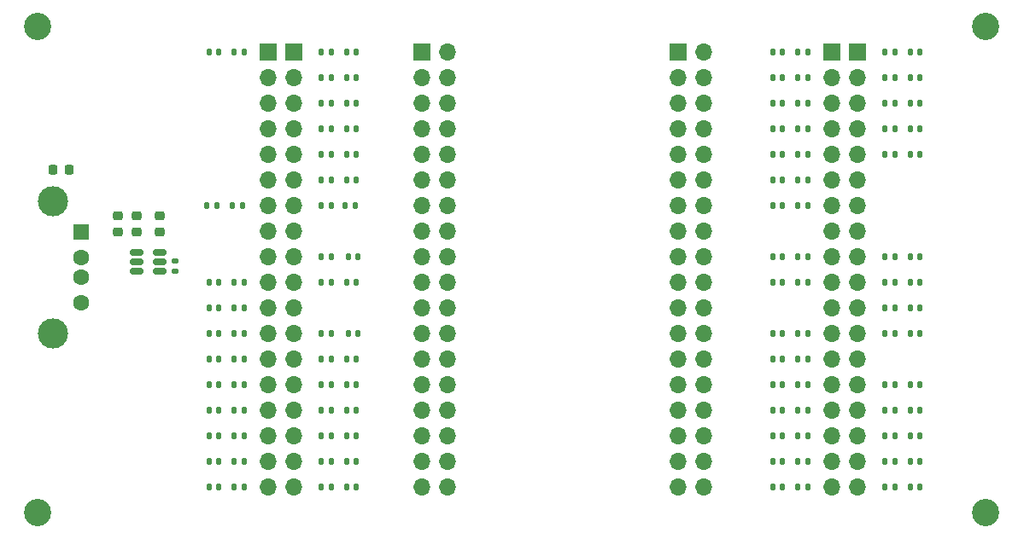
<source format=gbr>
%TF.GenerationSoftware,KiCad,Pcbnew,9.0.0+dfsg-1*%
%TF.CreationDate,2025-04-08T21:11:36-05:00*%
%TF.ProjectId,pocket-bob,706f636b-6574-42d6-926f-622e6b696361,rev?*%
%TF.SameCoordinates,Original*%
%TF.FileFunction,Soldermask,Top*%
%TF.FilePolarity,Negative*%
%FSLAX46Y46*%
G04 Gerber Fmt 4.6, Leading zero omitted, Abs format (unit mm)*
G04 Created by KiCad (PCBNEW 9.0.0+dfsg-1) date 2025-04-08 21:11:36*
%MOMM*%
%LPD*%
G01*
G04 APERTURE LIST*
G04 Aperture macros list*
%AMRoundRect*
0 Rectangle with rounded corners*
0 $1 Rounding radius*
0 $2 $3 $4 $5 $6 $7 $8 $9 X,Y pos of 4 corners*
0 Add a 4 corners polygon primitive as box body*
4,1,4,$2,$3,$4,$5,$6,$7,$8,$9,$2,$3,0*
0 Add four circle primitives for the rounded corners*
1,1,$1+$1,$2,$3*
1,1,$1+$1,$4,$5*
1,1,$1+$1,$6,$7*
1,1,$1+$1,$8,$9*
0 Add four rect primitives between the rounded corners*
20,1,$1+$1,$2,$3,$4,$5,0*
20,1,$1+$1,$4,$5,$6,$7,0*
20,1,$1+$1,$6,$7,$8,$9,0*
20,1,$1+$1,$8,$9,$2,$3,0*%
G04 Aperture macros list end*
%ADD10RoundRect,0.135000X-0.135000X-0.185000X0.135000X-0.185000X0.135000X0.185000X-0.135000X0.185000X0*%
%ADD11RoundRect,0.147500X0.147500X0.172500X-0.147500X0.172500X-0.147500X-0.172500X0.147500X-0.172500X0*%
%ADD12RoundRect,0.147500X-0.147500X-0.172500X0.147500X-0.172500X0.147500X0.172500X-0.147500X0.172500X0*%
%ADD13RoundRect,0.218750X-0.218750X-0.256250X0.218750X-0.256250X0.218750X0.256250X-0.218750X0.256250X0*%
%ADD14RoundRect,0.135000X0.135000X0.185000X-0.135000X0.185000X-0.135000X-0.185000X0.135000X-0.185000X0*%
%ADD15R,1.700000X1.700000*%
%ADD16O,1.700000X1.700000*%
%ADD17RoundRect,0.135000X-0.185000X0.135000X-0.185000X-0.135000X0.185000X-0.135000X0.185000X0.135000X0*%
%ADD18R,1.500000X1.600000*%
%ADD19C,1.600000*%
%ADD20C,3.000000*%
%ADD21C,2.700000*%
%ADD22RoundRect,0.150000X0.512500X0.150000X-0.512500X0.150000X-0.512500X-0.150000X0.512500X-0.150000X0*%
%ADD23RoundRect,0.218750X0.256250X-0.218750X0.256250X0.218750X-0.256250X0.218750X-0.256250X-0.218750X0*%
%ADD24RoundRect,0.225000X0.250000X-0.225000X0.250000X0.225000X-0.250000X0.225000X-0.250000X-0.225000X0*%
G04 APERTURE END LIST*
D10*
%TO.C,R24*%
X118485000Y-81280000D03*
X119505000Y-81280000D03*
%TD*%
%TO.C,R11*%
X62605000Y-93980000D03*
X63625000Y-93980000D03*
%TD*%
%TO.C,R14*%
X62605000Y-101600000D03*
X63625000Y-101600000D03*
%TD*%
D11*
%TO.C,D68*%
X130635000Y-101600000D03*
X129665000Y-101600000D03*
%TD*%
%TO.C,D56*%
X130635000Y-71120000D03*
X129665000Y-71120000D03*
%TD*%
D10*
%TO.C,R35*%
X118485000Y-109220000D03*
X119505000Y-109220000D03*
%TD*%
D12*
%TO.C,D33*%
X115995000Y-104140000D03*
X116965000Y-104140000D03*
%TD*%
D13*
%TO.C,FB1*%
X44678500Y-80264000D03*
X46253500Y-80264000D03*
%TD*%
D14*
%TO.C,R51*%
X72265000Y-104140000D03*
X71245000Y-104140000D03*
%TD*%
D12*
%TO.C,D16*%
X60115000Y-106680000D03*
X61085000Y-106680000D03*
%TD*%
%TO.C,D12*%
X60115000Y-96520000D03*
X61085000Y-96520000D03*
%TD*%
D15*
%TO.C,J6*%
X66040000Y-68580000D03*
D16*
X66040000Y-71120000D03*
X66040000Y-73660000D03*
X66040000Y-76200000D03*
X66040000Y-78740000D03*
X66040000Y-81280000D03*
X66040000Y-83820000D03*
X66040000Y-86360000D03*
X66040000Y-88900000D03*
X66040000Y-91440000D03*
X66040000Y-93980000D03*
X66040000Y-96520000D03*
X66040000Y-99060000D03*
X66040000Y-101600000D03*
X66040000Y-104140000D03*
X66040000Y-106680000D03*
X66040000Y-109220000D03*
X66040000Y-111760000D03*
%TD*%
D11*
%TO.C,D58*%
X130635000Y-76200000D03*
X129665000Y-76200000D03*
%TD*%
D10*
%TO.C,R18*%
X62605000Y-111760000D03*
X63625000Y-111760000D03*
%TD*%
D17*
%TO.C,R3*%
X56743600Y-89357200D03*
X56743600Y-90377200D03*
%TD*%
D14*
%TO.C,R58*%
X128145000Y-76200000D03*
X127125000Y-76200000D03*
%TD*%
D10*
%TO.C,R15*%
X62605000Y-104140000D03*
X63625000Y-104140000D03*
%TD*%
%TO.C,R25*%
X118485000Y-83820000D03*
X119505000Y-83820000D03*
%TD*%
%TO.C,R13*%
X62605000Y-99060000D03*
X63625000Y-99060000D03*
%TD*%
D14*
%TO.C,R70*%
X128145000Y-106680000D03*
X127125000Y-106680000D03*
%TD*%
D10*
%TO.C,R20*%
X118485000Y-71120000D03*
X119505000Y-71120000D03*
%TD*%
D12*
%TO.C,D22*%
X115995000Y-76200000D03*
X116965000Y-76200000D03*
%TD*%
D11*
%TO.C,D65*%
X130635000Y-93980000D03*
X129665000Y-93980000D03*
%TD*%
D14*
%TO.C,R65*%
X128145000Y-93980000D03*
X127125000Y-93980000D03*
%TD*%
D12*
%TO.C,D19*%
X115995000Y-68580000D03*
X116965000Y-68580000D03*
%TD*%
D10*
%TO.C,R17*%
X62605000Y-109220000D03*
X63625000Y-109220000D03*
%TD*%
D14*
%TO.C,R57*%
X128145000Y-73660000D03*
X127125000Y-73660000D03*
%TD*%
%TO.C,R68*%
X128145000Y-101600000D03*
X127125000Y-101600000D03*
%TD*%
D11*
%TO.C,D59*%
X130635000Y-78740000D03*
X129665000Y-78740000D03*
%TD*%
D15*
%TO.C,J3*%
X124460000Y-68580000D03*
D16*
X124460000Y-71120000D03*
X124460000Y-73660000D03*
X124460000Y-76200000D03*
X124460000Y-78740000D03*
X124460000Y-81280000D03*
X124460000Y-83820000D03*
X124460000Y-86360000D03*
X124460000Y-88900000D03*
X124460000Y-91440000D03*
X124460000Y-93980000D03*
X124460000Y-96520000D03*
X124460000Y-99060000D03*
X124460000Y-101600000D03*
X124460000Y-104140000D03*
X124460000Y-106680000D03*
X124460000Y-109220000D03*
X124460000Y-111760000D03*
%TD*%
D11*
%TO.C,D42*%
X74755000Y-81280000D03*
X73785000Y-81280000D03*
%TD*%
D10*
%TO.C,R2*%
X62480000Y-83820000D03*
X63500000Y-83820000D03*
%TD*%
D11*
%TO.C,D63*%
X130635000Y-88900000D03*
X129665000Y-88900000D03*
%TD*%
D12*
%TO.C,D27*%
X115995000Y-88900000D03*
X116965000Y-88900000D03*
%TD*%
D11*
%TO.C,D51*%
X74755000Y-104140000D03*
X73785000Y-104140000D03*
%TD*%
D10*
%TO.C,R1*%
X62605000Y-68580000D03*
X63625000Y-68580000D03*
%TD*%
D12*
%TO.C,D21*%
X115995000Y-73660000D03*
X116965000Y-73660000D03*
%TD*%
%TO.C,D31*%
X115995000Y-99060000D03*
X116965000Y-99060000D03*
%TD*%
D18*
%TO.C,J7*%
X47414000Y-86450000D03*
D19*
X47414000Y-88950000D03*
X47414000Y-90950000D03*
X47414000Y-93450000D03*
D20*
X44704000Y-83380000D03*
X44704000Y-96520000D03*
%TD*%
D12*
%TO.C,D13*%
X60115000Y-99060000D03*
X61085000Y-99060000D03*
%TD*%
D11*
%TO.C,D53*%
X74755000Y-109220000D03*
X73785000Y-109220000D03*
%TD*%
%TO.C,D45*%
X74905000Y-88900000D03*
X73935000Y-88900000D03*
%TD*%
D12*
%TO.C,D25*%
X115995000Y-83820000D03*
X116965000Y-83820000D03*
%TD*%
D21*
%TO.C,H2*%
X43180000Y-114300000D03*
%TD*%
D10*
%TO.C,R19*%
X118485000Y-68580000D03*
X119505000Y-68580000D03*
%TD*%
D14*
%TO.C,R52*%
X72265000Y-106680000D03*
X71245000Y-106680000D03*
%TD*%
%TO.C,R42*%
X72265000Y-81280000D03*
X71245000Y-81280000D03*
%TD*%
D11*
%TO.C,D46*%
X74755000Y-91440000D03*
X73785000Y-91440000D03*
%TD*%
D12*
%TO.C,D34*%
X115995000Y-106680000D03*
X116965000Y-106680000D03*
%TD*%
D11*
%TO.C,D49*%
X74755000Y-99060000D03*
X73785000Y-99060000D03*
%TD*%
D21*
%TO.C,H3*%
X137160000Y-66040000D03*
%TD*%
D14*
%TO.C,R43*%
X72265000Y-83820000D03*
X71245000Y-83820000D03*
%TD*%
%TO.C,R72*%
X128145000Y-111760000D03*
X127125000Y-111760000D03*
%TD*%
D12*
%TO.C,D36*%
X115995000Y-111760000D03*
X116965000Y-111760000D03*
%TD*%
D14*
%TO.C,R59*%
X128145000Y-78740000D03*
X127125000Y-78740000D03*
%TD*%
D12*
%TO.C,D18*%
X60115000Y-111760000D03*
X61085000Y-111760000D03*
%TD*%
D10*
%TO.C,R23*%
X118485000Y-78740000D03*
X119505000Y-78740000D03*
%TD*%
D14*
%TO.C,R56*%
X128145000Y-71120000D03*
X127125000Y-71120000D03*
%TD*%
%TO.C,R38*%
X72265000Y-71120000D03*
X71245000Y-71120000D03*
%TD*%
D11*
%TO.C,D54*%
X74755000Y-111760000D03*
X73785000Y-111760000D03*
%TD*%
%TO.C,D66*%
X130635000Y-96520000D03*
X129665000Y-96520000D03*
%TD*%
D10*
%TO.C,R10*%
X62605000Y-91440000D03*
X63625000Y-91440000D03*
%TD*%
D14*
%TO.C,R71*%
X128145000Y-109220000D03*
X127125000Y-109220000D03*
%TD*%
D12*
%TO.C,D20*%
X115995000Y-71120000D03*
X116965000Y-71120000D03*
%TD*%
D14*
%TO.C,R54*%
X72265000Y-111760000D03*
X71245000Y-111760000D03*
%TD*%
%TO.C,R63*%
X128145000Y-88900000D03*
X127125000Y-88900000D03*
%TD*%
D11*
%TO.C,D48*%
X74905000Y-96520000D03*
X73935000Y-96520000D03*
%TD*%
%TO.C,D71*%
X130635000Y-109220000D03*
X129665000Y-109220000D03*
%TD*%
%TO.C,D50*%
X74755000Y-101600000D03*
X73785000Y-101600000D03*
%TD*%
%TO.C,D37*%
X74755000Y-68580000D03*
X73785000Y-68580000D03*
%TD*%
D12*
%TO.C,D28*%
X115995000Y-91440000D03*
X116965000Y-91440000D03*
%TD*%
%TO.C,D1*%
X60115000Y-68580000D03*
X61085000Y-68580000D03*
%TD*%
D10*
%TO.C,R12*%
X62605000Y-96520000D03*
X63625000Y-96520000D03*
%TD*%
D12*
%TO.C,D15*%
X60115000Y-104140000D03*
X61085000Y-104140000D03*
%TD*%
D11*
%TO.C,D69*%
X130635000Y-104140000D03*
X129665000Y-104140000D03*
%TD*%
D10*
%TO.C,R36*%
X118485000Y-111760000D03*
X119505000Y-111760000D03*
%TD*%
D12*
%TO.C,D14*%
X60115000Y-101600000D03*
X61085000Y-101600000D03*
%TD*%
D14*
%TO.C,R41*%
X72265000Y-78740000D03*
X71245000Y-78740000D03*
%TD*%
D11*
%TO.C,D40*%
X74755000Y-76200000D03*
X73785000Y-76200000D03*
%TD*%
D15*
%TO.C,J5*%
X68580000Y-68580000D03*
D16*
X68580000Y-71120000D03*
X68580000Y-73660000D03*
X68580000Y-76200000D03*
X68580000Y-78740000D03*
X68580000Y-81280000D03*
X68580000Y-83820000D03*
X68580000Y-86360000D03*
X68580000Y-88900000D03*
X68580000Y-91440000D03*
X68580000Y-93980000D03*
X68580000Y-96520000D03*
X68580000Y-99060000D03*
X68580000Y-101600000D03*
X68580000Y-104140000D03*
X68580000Y-106680000D03*
X68580000Y-109220000D03*
X68580000Y-111760000D03*
%TD*%
D21*
%TO.C,H4*%
X137160000Y-114300000D03*
%TD*%
D14*
%TO.C,R37*%
X72265000Y-68580000D03*
X71245000Y-68580000D03*
%TD*%
%TO.C,R39*%
X72265000Y-73660000D03*
X71245000Y-73660000D03*
%TD*%
%TO.C,R53*%
X72265000Y-109220000D03*
X71245000Y-109220000D03*
%TD*%
D21*
%TO.C,H1*%
X43180000Y-66040000D03*
%TD*%
D12*
%TO.C,D11*%
X60115000Y-93980000D03*
X61085000Y-93980000D03*
%TD*%
D10*
%TO.C,R34*%
X118485000Y-106680000D03*
X119505000Y-106680000D03*
%TD*%
D11*
%TO.C,D43*%
X74630000Y-83820000D03*
X73660000Y-83820000D03*
%TD*%
D14*
%TO.C,R49*%
X72265000Y-99060000D03*
X71245000Y-99060000D03*
%TD*%
D10*
%TO.C,R22*%
X118485000Y-76200000D03*
X119505000Y-76200000D03*
%TD*%
D14*
%TO.C,R55*%
X128145000Y-68580000D03*
X127125000Y-68580000D03*
%TD*%
D15*
%TO.C,J4*%
X121920000Y-68580000D03*
D16*
X121920000Y-71120000D03*
X121920000Y-73660000D03*
X121920000Y-76200000D03*
X121920000Y-78740000D03*
X121920000Y-81280000D03*
X121920000Y-83820000D03*
X121920000Y-86360000D03*
X121920000Y-88900000D03*
X121920000Y-91440000D03*
X121920000Y-93980000D03*
X121920000Y-96520000D03*
X121920000Y-99060000D03*
X121920000Y-101600000D03*
X121920000Y-104140000D03*
X121920000Y-106680000D03*
X121920000Y-109220000D03*
X121920000Y-111760000D03*
%TD*%
D22*
%TO.C,U1*%
X55239500Y-90372100D03*
X55239500Y-89422100D03*
X55239500Y-88472100D03*
X52964500Y-88472100D03*
X52964500Y-89422100D03*
X52964500Y-90372100D03*
%TD*%
D10*
%TO.C,R32*%
X118485000Y-101600000D03*
X119505000Y-101600000D03*
%TD*%
D14*
%TO.C,R48*%
X72265000Y-96520000D03*
X71245000Y-96520000D03*
%TD*%
%TO.C,R45*%
X72265000Y-88900000D03*
X71245000Y-88900000D03*
%TD*%
D11*
%TO.C,D57*%
X130635000Y-73660000D03*
X129665000Y-73660000D03*
%TD*%
D14*
%TO.C,R69*%
X128145000Y-104140000D03*
X127125000Y-104140000D03*
%TD*%
D10*
%TO.C,R27*%
X118485000Y-88900000D03*
X119505000Y-88900000D03*
%TD*%
D12*
%TO.C,D35*%
X115995000Y-109220000D03*
X116965000Y-109220000D03*
%TD*%
D11*
%TO.C,D64*%
X130635000Y-91440000D03*
X129665000Y-91440000D03*
%TD*%
D14*
%TO.C,R66*%
X128145000Y-96520000D03*
X127125000Y-96520000D03*
%TD*%
D12*
%TO.C,D10*%
X60115000Y-91440000D03*
X61085000Y-91440000D03*
%TD*%
D14*
%TO.C,R40*%
X72265000Y-76200000D03*
X71245000Y-76200000D03*
%TD*%
D23*
%TO.C,FB2*%
X51130200Y-86436300D03*
X51130200Y-84861300D03*
%TD*%
D12*
%TO.C,D32*%
X115995000Y-101600000D03*
X116965000Y-101600000D03*
%TD*%
D24*
%TO.C,C1*%
X55219600Y-86423800D03*
X55219600Y-84873800D03*
%TD*%
D15*
%TO.C,P2*%
X106680000Y-68580000D03*
D16*
X109220000Y-68580000D03*
X106680000Y-71120000D03*
X109220000Y-71120000D03*
X106680000Y-73660000D03*
X109220000Y-73660000D03*
X106680000Y-76200000D03*
X109220000Y-76200000D03*
X106680000Y-78740000D03*
X109220000Y-78740000D03*
X106680000Y-81280000D03*
X109220000Y-81280000D03*
X106680000Y-83820000D03*
X109220000Y-83820000D03*
X106680000Y-86360000D03*
X109220000Y-86360000D03*
X106680000Y-88900000D03*
X109220000Y-88900000D03*
X106680000Y-91440000D03*
X109220000Y-91440000D03*
X106680000Y-93980000D03*
X109220000Y-93980000D03*
X106680000Y-96520000D03*
X109220000Y-96520000D03*
X106680000Y-99060000D03*
X109220000Y-99060000D03*
X106680000Y-101600000D03*
X109220000Y-101600000D03*
X106680000Y-104140000D03*
X109220000Y-104140000D03*
X106680000Y-106680000D03*
X109220000Y-106680000D03*
X106680000Y-109220000D03*
X109220000Y-109220000D03*
X106680000Y-111760000D03*
X109220000Y-111760000D03*
%TD*%
D11*
%TO.C,D52*%
X74755000Y-106680000D03*
X73785000Y-106680000D03*
%TD*%
D14*
%TO.C,R46*%
X72265000Y-91440000D03*
X71245000Y-91440000D03*
%TD*%
D10*
%TO.C,R21*%
X118485000Y-73660000D03*
X119505000Y-73660000D03*
%TD*%
%TO.C,R28*%
X118485000Y-91440000D03*
X119505000Y-91440000D03*
%TD*%
D15*
%TO.C,P1*%
X81280000Y-68580000D03*
D16*
X83820000Y-68580000D03*
X81280000Y-71120000D03*
X83820000Y-71120000D03*
X81280000Y-73660000D03*
X83820000Y-73660000D03*
X81280000Y-76200000D03*
X83820000Y-76200000D03*
X81280000Y-78740000D03*
X83820000Y-78740000D03*
X81280000Y-81280000D03*
X83820000Y-81280000D03*
X81280000Y-83820000D03*
X83820000Y-83820000D03*
X81280000Y-86360000D03*
X83820000Y-86360000D03*
X81280000Y-88900000D03*
X83820000Y-88900000D03*
X81280000Y-91440000D03*
X83820000Y-91440000D03*
X81280000Y-93980000D03*
X83820000Y-93980000D03*
X81280000Y-96520000D03*
X83820000Y-96520000D03*
X81280000Y-99060000D03*
X83820000Y-99060000D03*
X81280000Y-101600000D03*
X83820000Y-101600000D03*
X81280000Y-104140000D03*
X83820000Y-104140000D03*
X81280000Y-106680000D03*
X83820000Y-106680000D03*
X81280000Y-109220000D03*
X83820000Y-109220000D03*
X81280000Y-111760000D03*
X83820000Y-111760000D03*
%TD*%
D12*
%TO.C,D24*%
X115995000Y-81280000D03*
X116965000Y-81280000D03*
%TD*%
D11*
%TO.C,D38*%
X74755000Y-71120000D03*
X73785000Y-71120000D03*
%TD*%
D12*
%TO.C,D17*%
X60115000Y-109220000D03*
X61085000Y-109220000D03*
%TD*%
D11*
%TO.C,D72*%
X130635000Y-111760000D03*
X129665000Y-111760000D03*
%TD*%
D14*
%TO.C,R64*%
X128145000Y-91440000D03*
X127125000Y-91440000D03*
%TD*%
D12*
%TO.C,D23*%
X115995000Y-78740000D03*
X116965000Y-78740000D03*
%TD*%
%TO.C,D2*%
X59944000Y-83820000D03*
X60914000Y-83820000D03*
%TD*%
D24*
%TO.C,C2*%
X52984400Y-86423800D03*
X52984400Y-84873800D03*
%TD*%
D11*
%TO.C,D41*%
X74755000Y-78740000D03*
X73785000Y-78740000D03*
%TD*%
D10*
%TO.C,R30*%
X118485000Y-96520000D03*
X119505000Y-96520000D03*
%TD*%
D11*
%TO.C,D70*%
X130635000Y-106680000D03*
X129665000Y-106680000D03*
%TD*%
D10*
%TO.C,R33*%
X118485000Y-104140000D03*
X119505000Y-104140000D03*
%TD*%
D12*
%TO.C,D30*%
X115995000Y-96520000D03*
X116965000Y-96520000D03*
%TD*%
D14*
%TO.C,R50*%
X72265000Y-101600000D03*
X71245000Y-101600000D03*
%TD*%
D11*
%TO.C,D55*%
X130635000Y-68580000D03*
X129665000Y-68580000D03*
%TD*%
D10*
%TO.C,R31*%
X118485000Y-99060000D03*
X119505000Y-99060000D03*
%TD*%
%TO.C,R16*%
X62605000Y-106680000D03*
X63625000Y-106680000D03*
%TD*%
D11*
%TO.C,D39*%
X74755000Y-73660000D03*
X73785000Y-73660000D03*
%TD*%
M02*

</source>
